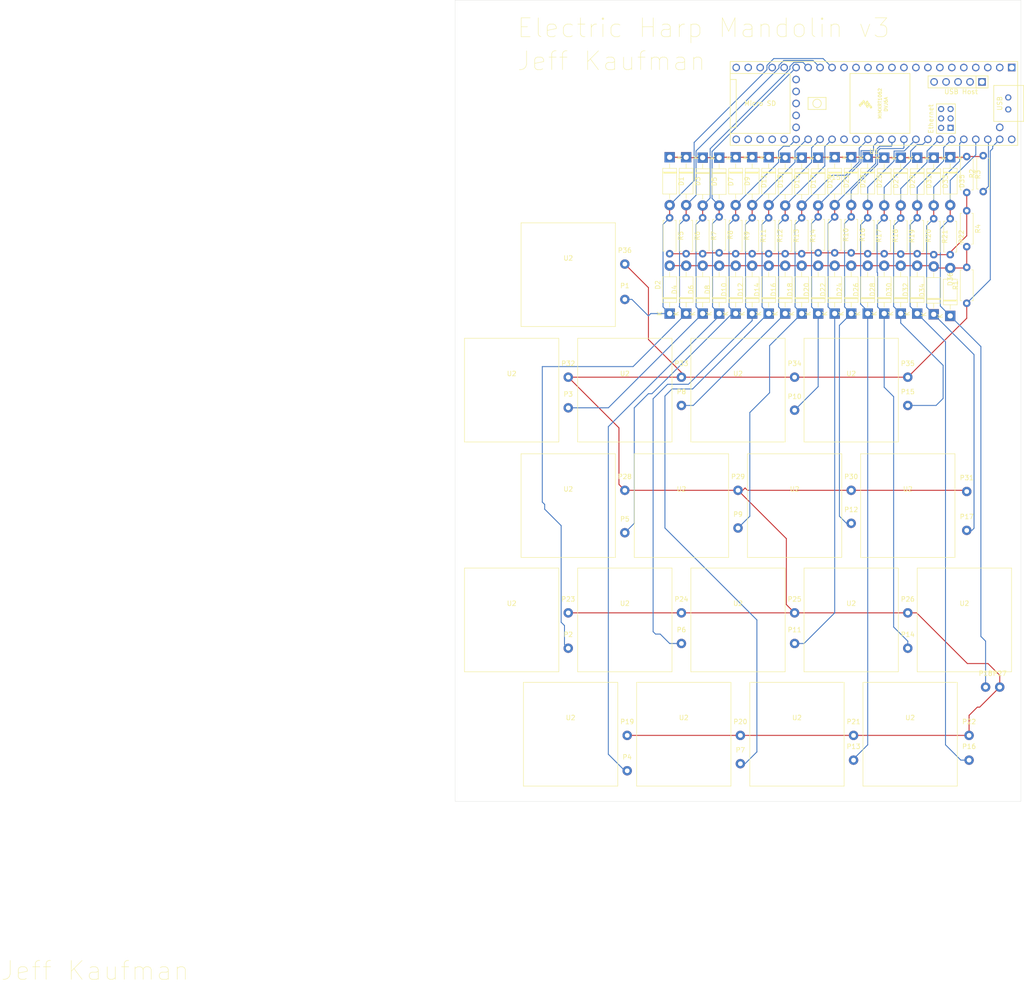
<source format=kicad_pcb>
(kicad_pcb (version 20240108) (generator "pcbnew") (generator_version "8.0")
  (layers (0 "F.Cu" signal) (31 "B.Cu" signal) (34 "B.Paste" user) (35 "F.Paste" user) (36 "B.SilkS" user "B.Silkscreen") (37 "F.SilkS" user "F.Silkscreen") (38 "B.Mask" user) (39 "F.Mask" user) (44 "Edge.Cuts" user))
  (net 0 "")
  (net 1 "Net-(D1-A)")
  (net 2 "Net-(D10-A)")
  (net 3 "Net-(R2-Pad1)")
  (net 4 "Net-(D21-A)")
  (net 6 "Net-(D25-A)")
  (net 12 "Net-(D27-A)")
  (net 13 "Net-(D29-A)")
  (net 14 "Net-(D31-A)")
  (net 17 "Net-(D33-A)")
  (net 22 "Net-(D35-A)")
  (net 32 "Net-(D1-K)")
  (net 33 "Net-(D3-A)")
  (net 34 "Net-(D5-A)")
  (net 35 "Net-(D7-A)")
  (net 36 "Net-(D10-K)")
  (net 37 "Net-(D11-A)")
  (net 38 "Net-(D13-A)")
  (net 39 "Net-(D15-A)")
  (net 40 "Net-(D17-A)")
  (net 41 "Net-(D19-A)")
  (net 68 "Net-(D23-A)")
  (net 69 "Net-(P19-Pad1)")
  (net 70 "Net-(R10-Pad2)")
  (footprint "Diode_THT:D_DO-41_SOD81_P10.16mm_Horizontal" (layer "F.Cu") (at 117 85.75 90)
    (property "Reference" "D28")
    (property "Value" "1N5819")
  )
  (footprint "Resistor_THT:R_Axial_DIN0207_L6.3mm_D2.5mm_P7.62mm_Horizontal" (layer "F.Cu") (at 96 65.44 -90)
    (property "Reference" "R13")
    (property "Value" "1MΩ")
  )
  (footprint "MountingHole:MountingHole_0.5mm_M2_DIN965_Pad" (layer "F.Cu") (at 86.5 175.25)
    (property "Reference" "P20")
    (property "Value" "gnd")
  )
  (footprint "MountingHole:MountingHole_0.5mm_M2_DIN965_Pad" (layer "F.Cu") (at 50 105.75)
    (property "Reference" "P3")
    (property "Value" "piezo")
  )
  (footprint "Resistor_THT:R_Axial_DIN0207_L6.3mm_D2.5mm_P7.62mm_Horizontal" (layer "F.Cu") (at 138 59.87 90)
    (property "Reference" "R2")
    (property "Value" "10kΩ" (hide yes))
  )
  (footprint "MountingHole:MountingHole_0.5mm_M2_DIN965_Pad" (layer "F.Cu") (at 141.5 165)
    (property "Reference" "P27")
    (property "Value" "gnd")
  )
  (footprint "Diode_THT:D_DO-41_SOD81_P10.16mm_Horizontal" (layer "F.Cu") (at 82 52.67 -90)
    (property "Reference" "D7")
    (property "Value" "1N5819")
  )
  (footprint "Diode_THT:D_DO-41_SOD81_P10.16mm_Horizontal" (layer "F.Cu") (at 110 52.59 -90)
    (property "Reference" "D23")
    (property "Value" "1N5819")
  )
  (footprint "Diode_THT:D_DO-41_SOD81_P10.16mm_Horizontal" (layer "F.Cu") (at 103 85.75 90)
    (property "Reference" "D20")
    (property "Value" "1N5819")
  )
  (footprint "Diode_THT:D_DO-41_SOD81_P10.16mm_Horizontal" (layer "F.Cu") (at 96 52.67 -90)
    (property "Reference" "D15")
    (property "Value" "1N5819")
  )
  (footprint "Resistor_THT:R_Axial_DIN0207_L6.3mm_D2.5mm_P7.62mm_Horizontal" (layer "F.Cu") (at 120.5 65.5 -90)
    (property "Reference" "R19")
    (property "Value" "1MΩ")
  )
  (footprint "MountingHole:MountingHole_4mm" (layer "F.Cu") (at 31.5 183.75)
    (property "Reference" "REF**" (hide yes))
    (property "Value" "MountingHole_4mm" (hide yes))
  )
  (footprint "Diode_THT:D_DO-41_SOD81_P10.16mm_Horizontal" (layer "F.Cu") (at 71.5 85.75 90)
    (property "Reference" "D2")
    (property "Value" "1N5819")
  )
  (footprint "MountingHole:MountingHole_0.5mm_M2_DIN965_Pad" (layer "F.Cu") (at 98 149.25)
    (property "Reference" "P25")
    (property "Value" "gnd")
  )
  (footprint "Diode_THT:D_DO-41_SOD81_P10.16mm_Horizontal" (layer "F.Cu") (at 131 86.25 90)
    (property "Reference" "D36")
    (property "Value" "1N5819")
  )
  (footprint "Teensy:Teensy41" (layer "F.Cu") (at 114.83 41.17 180)
    (property "Reference" "U1")
    (property "Value" "Teensy4.1")
  )
  (footprint "MountingHole:MountingHole_0.5mm_M2_DIN965_Pad" (layer "F.Cu") (at 50 149.25)
    (property "Reference" "P23")
    (property "Value" "gnd")
  )
  (footprint "Sensor_Audio:Knowles_LGA-6_4.72x3.76mm" (layer "F.Cu") (at 110 150.75)
    (property "Reference" "U2")
    (property "Value" "~" (hide yes))
  )
  (footprint "MountingHole:MountingHole_0.5mm_M2_DIN965_Pad" (layer "F.Cu") (at 134.5 131.75)
    (property "Reference" "P17")
    (property "Value" "piezo")
  )
  (footprint "Sensor_Audio:Knowles_LGA-6_4.72x3.76mm" (layer "F.Cu") (at 122 126.5)
    (property "Reference" "U2")
    (property "Value" "~" (hide yes))
  )
  (footprint "Resistor_THT:R_Axial_DIN0207_L6.3mm_D2.5mm_P7.62mm_Horizontal" (layer "F.Cu") (at 75 65.44 -90)
    (property "Reference" "R6")
    (property "Value" "1MΩ")
  )
  (footprint "Resistor_THT:R_Axial_DIN0207_L6.3mm_D2.5mm_P7.62mm_Horizontal" (layer "F.Cu") (at 106.5 65.25 -90)
    (property "Reference" "R10")
    (property "Value" "1MΩ")
  )
  (footprint "Diode_THT:D_DO-41_SOD81_P10.16mm_Horizontal" (layer "F.Cu") (at 120.5 52.67 -90)
    (property "Reference" "D29")
    (property "Value" "1N5819")
  )
  (footprint "MountingHole:MountingHole_0.5mm_M2_DIN965_Pad" (layer "F.Cu") (at 62.5 175.25)
    (property "Reference" "P19")
    (property "Value" "gnd")
  )
  (footprint "MountingHole:MountingHole_0.5mm_M2_DIN965_Pad" (layer "F.Cu") (at 74 155.75)
    (property "Reference" "P6")
    (property "Value" "piezo")
  )
  (footprint "Resistor_THT:R_Axial_DIN0207_L6.3mm_D2.5mm_P7.62mm_Horizontal" (layer "F.Cu") (at 99.5 65.44 -90)
    (property "Reference" "R14")
    (property "Value" "1MΩ")
  )
  (footprint "MountingHole:MountingHole_0.5mm_M2_DIN965_Pad" (layer "F.Cu") (at 110.5 175.25)
    (property "Reference" "P21")
    (property "Value" "gnd")
  )
  (footprint "MountingHole:MountingHole_4mm" (layer "F.Cu") (at 140.5 183.75)
    (property "Reference" "REF**" (hide yes))
    (property "Value" "MountingHole_4mm" (hide yes))
  )
  (footprint "MountingHole:MountingHole_0.5mm_M2_DIN965_Pad" (layer "F.Cu") (at 98 99.25)
    (property "Reference" "P34")
    (property "Value" "gnd")
  )
  (footprint "MountingHole:MountingHole_0.5mm_M2_DIN965_Pad" (layer "F.Cu") (at 62 75.25)
    (property "Reference" "P36")
    (property "Value" "gnd")
  )
  (footprint "Diode_THT:D_DO-41_SOD81_P10.16mm_Horizontal" (layer "F.Cu") (at 89 52.59 -90)
    (property "Reference" "D11")
    (property "Value" "1N5819")
  )
  (footprint "MountingHole:MountingHole_0.5mm_M2_DIN965_Pad" (layer "F.Cu") (at 122 105.25)
    (property "Reference" "P15")
    (property "Value" "piezo")
  )
  (footprint "Diode_THT:D_DO-41_SOD81_P10.16mm_Horizontal" (layer "F.Cu") (at 82 85.75 90)
    (property "Reference" "D8")
    (property "Value" "1N5819")
  )
  (footprint "Sensor_Audio:Knowles_LGA-6_4.72x3.76mm" (layer "F.Cu") (at 98.5 175)
    (property "Reference" "U2")
    (property "Value" "~" (hide yes))
  )
  (footprint "Diode_THT:D_DO-41_SOD81_P10.16mm_Horizontal" (layer "F.Cu") (at 89 85.75 90)
    (property "Reference" "D12")
    (property "Value" "1N5819")
  )
  (footprint "Diode_THT:D_DO-41_SOD81_P10.16mm_Horizontal" (layer "F.Cu") (at 85.5 52.59 -90)
    (property "Reference" "D9")
    (property "Value" "1N5819")
  )
  (footprint "Diode_THT:D_DO-41_SOD81_P10.16mm_Horizontal" (layer "F.Cu") (at 117 52.67 -90)
    (property "Reference" "D27")
    (property "Value" "1N5819")
  )
  (footprint "Sensor_Audio:Knowles_LGA-6_4.72x3.76mm" (layer "F.Cu") (at 86 102)
    (property "Reference" "U2")
    (property "Value" "~" (hide yes))
  )
  (footprint "MountingHole:MountingHole_0.5mm_M2_DIN965_Pad" (layer "F.Cu") (at 110 130.25)
    (property "Reference" "P12")
    (property "Value" "piezo")
  )
  (footprint "Sensor_Audio:Knowles_LGA-6_4.72x3.76mm" (layer "F.Cu") (at 122.5 175)
    (property "Reference" "U2")
    (property "Value" "~" (hide yes))
  )
  (footprint "MountingHole:MountingHole_0.5mm_M2_DIN965_Pad" (layer "F.Cu") (at 110.5 180.5)
    (property "Reference" "P13")
    (property "Value" "piezo")
  )
  (footprint "Sensor_Audio:Knowles_LGA-6_4.72x3.76mm" (layer "F.Cu") (at 86 150.75)
    (property "Reference" "U2")
    (property "Value" "~" (hide yes))
  )
  (footprint "Diode_THT:D_DO-41_SOD81_P10.16mm_Horizontal" (layer "F.Cu") (at 85.5 85.75 90)
    (property "Reference" "D10")
    (property "Value" "1N5819")
  )
  (footprint "Diode_THT:D_DO-41_SOD81_P10.16mm_Horizontal" (layer "F.Cu") (at 103 52.67 -90)
    (property "Reference" "D19")
    (property "Value" "1N5819")
  )
  (footprint "Sensor_Audio:Knowles_LGA-6_4.72x3.76mm" (layer "F.Cu") (at 62 102)
    (property "Reference" "U2")
    (property "Value" "~" (hide yes))
  )
  (footprint "MountingHole:MountingHole_0.5mm_M2_DIN965_Pad" (layer "F.Cu") (at 135 175.25)
    (property "Reference" "P22")
    (property "Value" "gnd")
  )
  (footprint "MountingHole:MountingHole_0.5mm_M2_DIN965_Pad" (layer "F.Cu") (at 98 155.75)
    (property "Reference" "P11")
    (property "Value" "piezo")
  )
  (footprint "Resistor_THT:R_Axial_DIN0207_L6.3mm_D2.5mm_P7.62mm_Horizontal" (layer "F.Cu") (at 89 65.44 -90)
    (property "Reference" "R11")
    (property "Value" "1MΩ")
  )
  (footprint "Diode_THT:D_DO-41_SOD81_P10.16mm_Horizontal" (layer "F.Cu") (at 92.5 85.75 90)
    (property "Reference" "D14")
    (property "Value" "1N5819")
  )
  (footprint "Diode_THT:D_DO-41_SOD81_P10.16mm_Horizontal" (layer "F.Cu") (at 96 85.75 90)
    (property "Reference" "D16")
    (property "Value" "1N5819")
  )
  (footprint "Resistor_THT:R_Axial_DIN0207_L6.3mm_D2.5mm_P7.62mm_Horizontal" (layer "F.Cu") (at 134.5 52.44 -90)
    (property "Reference" "R3")
    (property "Value" "10kΩ")
  )
  (footprint "MountingHole:MountingHole_0.5mm_M2_DIN965_Pad" (layer "F.Cu") (at 122 156.75)
    (property "Reference" "P14")
    (property "Value" "piezo")
  )
  (footprint "MountingHole:MountingHole_0.5mm_M2_DIN965_Pad" (layer "F.Cu") (at 86 131.25)
    (property "Reference" "P9")
    (property "Value" "piezo")
  )
  (footprint "Resistor_THT:R_Axial_DIN0207_L6.3mm_D2.5mm_P7.62mm_Horizontal" (layer "F.Cu") (at 78.5 65.44 -90)
    (property "Reference" "R7")
    (property "Value" "1MΩ")
  )
  (footprint "Resistor_THT:R_Axial_DIN0207_L6.3mm_D2.5mm_P7.62mm_Horizontal" (layer "F.Cu") (at 131 65.63 -90)
    (property "Reference" "R22")
    (property "Value" "1MΩ")
  )
  (footprint "MountingHole:MountingHole_0.5mm_M2_DIN965_Pad" (layer "F.Cu") (at 50 99.25)
    (property "Reference" "P32")
    (property "Value" "gnd")
  )
  (footprint "MountingHole:MountingHole_0.5mm_M2_DIN965_Pad" (layer "F.Cu") (at 86 123.25)
    (property "Reference" "P29")
    (property "Value" "gnd")
  )
  (footprint "MountingHole:MountingHole_4mm" (layer "F.Cu") (at 31.5 24.75)
    (property "Reference" "REF**" (hide yes))
    (property "Value" "MountingHole_4mm" (hide yes))
  )
  (footprint "Sensor_Audio:Knowles_LGA-6_4.72x3.76mm" (layer "F.Cu") (at 98 126.5)
    (property "Reference" "U2")
    (property "Value" "~" (hide yes))
  )
  (footprint "Diode_THT:D_DO-41_SOD81_P10.16mm_Horizontal" (layer "F.Cu") (at 127.5 85.91 90)
    (property "Reference" "D34")
    (property "Value" "1N5819")
  )
  (footprint "Sensor_Audio:Knowles_LGA-6_4.72x3.76mm" (layer "F.Cu") (at 50 126.5)
    (property "Reference" "U2")
    (property "Value" "~" (hide yes))
  )
  (footprint "MountingHole:MountingHole_0.5mm_M2_DIN965_Pad" (layer "F.Cu") (at 86.5 181.25)
    (property "Reference" "P7")
    (property "Value" "piezo")
  )
  (footprint "Diode_THT:D_DO-41_SOD81_P10.16mm_Horizontal" (layer "F.Cu") (at 120.5 85.75 90)
    (property "Reference" "D30")
    (property "Value" "1N5819")
  )
  (footprint "Diode_THT:D_DO-41_SOD81_P10.16mm_Horizontal" (layer "F.Cu") (at 124 85.75 90)
    (property "Reference" "D32")
    (property "Value" "1N5819")
  )
  (footprint "Resistor_THT:R_Axial_DIN0207_L6.3mm_D2.5mm_P7.62mm_Horizontal" (layer "F.Cu") (at 82 65.25 -90)
    (property "Reference" "R8")
    (property "Value" "1MΩ")
  )
  (footprint "Resistor_THT:R_Axial_DIN0207_L6.3mm_D2.5mm_P7.62mm_Horizontal" (layer "F.Cu") (at 103 65.25 -90)
    (property "Reference" "R15")
    (property "Value" "1MΩ")
  )
  (footprint "Sensor_Audio:Knowles_LGA-6_4.72x3.76mm" (layer "F.Cu") (at 110 102)
    (property "Reference" "U2")
    (property "Value" "~" (hide yes))
  )
  (footprint "Diode_THT:D_DO-41_SOD81_P10.16mm_Horizontal" (layer "F.Cu") (at 106.5 52.59 -90)
    (property "Reference" "D21")
    (property "Value" "1N5819")
  )
  (footprint "MountingHole:MountingHole_0.5mm_M2_DIN965_Pad" (layer "F.Cu") (at 74 99.25)
    (property "Reference" "P33")
    (property "Value" "gnd")
  )
  (footprint "Resistor_THT:R_Axial_DIN0207_L6.3mm_D2.5mm_P7.62mm_Horizontal" (layer "F.Cu") (at 134.5 63.94 -90)
    (property "Reference" "R4")
    (property "Value" "10kΩ")
  )
  (footprint "Diode_THT:D_DO-41_SOD81_P10.16mm_Horizontal" (layer "F.Cu") (at 75 85.75 90)
    (property "Reference" "D4")
    (property "Value" "1N5819")
  )
  (footprint "Diode_THT:D_DO-41_SOD81_P10.16mm_Horizontal" (layer "F.Cu") (at 113.5 85.75 90)
    (property "Reference" "D26")
    (property "Value" "1N5819")
  )
  (footprint "Diode_THT:D_DO-41_SOD81_P10.16mm_Horizontal" (layer "F.Cu") (at 106.5 85.75 90)
    (property "Reference" "D22")
    (property "Value" "1N5819")
  )
  (footprint "MountingHole:MountingHole_0.5mm_M2_DIN965_Pad" (layer "F.Cu") (at 134.5 123.5)
    (property "Reference" "P31")
    (property "Value" "gnd")
  )
  (footprint "Diode_THT:D_DO-41_SOD81_P10.16mm_Horizontal" (layer "F.Cu") (at 124 52.67 -90)
    (property "Reference" "D31")
    (property "Value" "1N5819")
  )
  (footprint "Sensor_Audio:Knowles_LGA-6_4.72x3.76mm" (layer "F.Cu") (at 50 77.5)
    (property "Reference" "U2")
    (property "Value" "~" (hide yes))
  )
  (footprint "MountingHole:MountingHole_0.5mm_M2_DIN965_Pad" (layer "F.Cu") (at 50 156.75)
    (property "Reference" "P2")
    (property "Value" "piezo")
  )
  (footprint "Diode_THT:D_DO-41_SOD81_P10.16mm_Horizontal" (layer "F.Cu") (at 110 85.75 90)
    (property "Reference" "D24")
    (property "Value" "1N5819")
  )
  (footprint "Sensor_Audio:Knowles_LGA-6_4.72x3.76mm" (layer "F.Cu") (at 38 150.75)
    (property "Reference" "U2")
    (property "Value" "~" (hide yes))
  )
  (footprint "Resistor_THT:R_Axial_DIN0207_L6.3mm_D2.5mm_P7.62mm_Horizontal" (layer "F.Cu") (at 85.5 65.44 -90)
    (property "Reference" "R9")
    (property "Value" "1MΩ")
  )
  (footprint "Diode_THT:D_DO-41_SOD81_P10.16mm_Horizontal" (layer "F.Cu") (at 113.5 52.59 -90)
    (property "Reference" "D25")
    (property "Value" "1N5819")
  )
  (footprint "MountingHole:MountingHole_0.5mm_M2_DIN965_Pad" (layer "F.Cu") (at 74 105.25)
    (property "Reference" "P8")
    (property "Value" "piezo")
  )
  (footprint "Sensor_Audio:Knowles_LGA-6_4.72x3.76mm" (layer "F.Cu") (at 38 102)
    (property "Reference" "U2")
    (property "Value" "~" (hide yes))
  )
  (footprint "Diode_THT:D_DO-41_SOD81_P10.16mm_Horizontal" (layer "F.Cu") (at 127.5 52.67 -90)
    (property "Reference" "D33")
    (property "Value" "1N5819")
  )
  (footprint "MountingHole:MountingHole_0.5mm_M2_DIN965_Pad" (layer "F.Cu") (at 62 132.25)
    (property "Reference" "P5")
    (property "Value" "piezo")
  )
  (footprint "MountingHole:MountingHole_0.5mm_M2_DIN965_Pad" (layer "F.Cu") (at 98 106.25)
    (property "Reference" "P10")
    (property "Value" "piezo")
  )
  (footprint "Diode_THT:D_DO-41_SOD81_P10.16mm_Horizontal" (layer "F.Cu") (at 99.5 52.67 -90)
    (property "Reference" "D17")
    (property "Value" "1N5819")
  )
  (footprint "MountingHole:MountingHole_0.5mm_M2_DIN965_Pad" (layer "F.Cu") (at 62 82.75)
    (property "Reference" "P1")
    (property "Value" "piezo")
  )
  (footprint "MountingHole:MountingHole_4mm" (layer "F.Cu") (at 140.5 24.75)
    (property "Reference" "REF**" (hide yes))
    (property "Value" "MountingHole_4mm" (hide yes))
  )
  (footprint "Resistor_THT:R_Axial_DIN0207_L6.3mm_D2.5mm_P7.62mm_Horizontal" (layer "F.Cu") (at 134.5 83.56 90)
    (property "Reference" "R1")
    (property "Value" "10kΩ")
  )
  (footprint "Diode_THT:D_DO-41_SOD81_P10.16mm_Horizontal" (layer "F.Cu") (at 78.5 52.67 -90)
    (property "Reference" "D5")
    (property "Value" "1N5819")
  )
  (footprint "Resistor_THT:R_Axial_DIN0207_L6.3mm_D2.5mm_P7.62mm_Horizontal" (layer "F.Cu") (at 117 65.44 -90)
    (property "Reference" "R18")
    (property "Value" "1MΩ")
  )
  (footprint "Resistor_THT:R_Axial_DIN0207_L6.3mm_D2.5mm_P7.62mm_Horizontal" (layer "F.Cu") (at 71.5 65.44 -90)
    (property "Reference" "R5")
    (property "Value" "1MΩ")
  )
  (footprint "MountingHole:MountingHole_0.5mm_M2_DIN965_Pad" (layer "F.Cu") (at 110 123.25)
    (property "Reference" "P30")
    (property "Value" "gnd")
  )
  (footprint "Sensor_Audio:Knowles_LGA-6_4.72x3.76mm" (layer "F.Cu") (at 50.5 175)
    (property "Reference" "U2")
    (property "Value" "~" (hide yes))
  )
  (footprint "Resistor_THT:R_Axial_DIN0207_L6.3mm_D2.5mm_P7.62mm_Horizontal" (layer "F.Cu") (at 124 65.44 -90)
    (property "Reference" "R20")
    (property "Value" "1MΩ")
  )
  (footprint "Diode_THT:D_DO-41_SOD81_P10.16mm_Horizontal" (layer "F.Cu") (at 75 52.59 -90)
    (property "Reference" "D3")
    (property "Value" "1N5819")
  )
  (footprint "MountingHole:MountingHole_0.5mm_M2_DIN965_Pad" (layer "F.Cu") (at 122 149.25)
    (property "Reference" "P26")
    (property "Value" "gnd")
  )
  (footprint "Resistor_THT:R_Axial_DIN0207_L6.3mm_D2.5mm_P7.62mm_Horizontal" (layer "F.Cu") (at 110 65.25 -90)
    (property "Reference" "R16")
    (property "Value" "1MΩ")
  )
  (footprint "Diode_THT:D_DO-41_SOD81_P10.16mm_Horizontal" (layer "F.Cu") (at 92.5 52.59 -90)
    (property "Reference" "D13")
    (property "Value" "1N5819")
  )
  (footprint "Sensor_Audio:Knowles_LGA-6_4.72x3.76mm" (layer "F.Cu") (at 74.5 175)
    (property "Reference" "U2")
    (property "Value" "~" (hide yes))
  )
  (footprint "Diode_THT:D_DO-41_SOD81_P10.16mm_Horizontal" (layer "F.Cu") (at 131 52.59 -90)
    (property "Reference" "D35")
    (property "Value" "1N5819")
  )
  (footprint "Diode_THT:D_DO-41_SOD81_P10.16mm_Horizontal" (layer "F.Cu") (at 78.5 85.75 90)
    (property "Reference" "D6")
    (property "Value" "1N5819")
  )
  (footprint "Resistor_THT:R_Axial_DIN0207_L6.3mm_D2.5mm_P7.62mm_Horizontal" (layer "F.Cu") (at 113.5 65.44 -90)
    (property "Reference" "R17")
    (property "Value" "1MΩ")
  )
  (footprint "Diode_THT:D_DO-41_SOD81_P10.16mm_Horizontal" (layer "F.Cu") (at 71.5 52.59 -90)
    (property "Reference" "D1")
    (property "Value" "1N5819")
  )
  (footprint "Diode_THT:D_DO-41_SOD81_P10.16mm_Horizontal" (layer "F.Cu") (at 99.5 85.75 90)
    (property "Reference" "D18")
    (property "Value" "1N5819")
  )
  (footprint "MountingHole:MountingHole_0.5mm_M2_DIN965_Pad" (layer "F.Cu") (at 62.5 182.75)
    (property "Reference" "P4")
    (property "Value" "piezo")
  )
  (footprint "MountingHole:MountingHole_0.5mm_M2_DIN965_Pad" (layer "F.Cu") (at 138.5 165)
    (property "Reference" "P18")
    (property "Value" "piezo")
  )
  (footprint "MountingHole:MountingHole_0.5mm_M2_DIN965_Pad" (layer "F.Cu") (at 74 149.25)
    (property "Reference" "P24")
    (property "Value" "gnd")
  )
  (footprint "Resistor_THT:R_Axial_DIN0207_L6.3mm_D2.5mm_P7.62mm_Horizontal" (layer "F.Cu") (at 92.5 65.44 -90)
    (property "Reference" "R12")
    (property "Value" "1MΩ")
  )
  (footprint "MountingHole:MountingHole_0.5mm_M2_DIN965_Pad" (layer "F.Cu") (at 135 180.5)
    (property "Reference" "P16")
    (property "Value" "piezo")
  )
  (footprint "Sensor_Audio:Knowles_LGA-6_4.72x3.76mm" (layer "F.Cu") (at 134 150.75)
    (property "Reference" "U2")
    (property "Value" "~" (hide yes))
  )
  (footprint "Resistor_THT:R_Axial_DIN0207_L6.3mm_D2.5mm_P7.62mm_Horizontal" (layer "F.Cu") (at 127.5 65.63 -90)
    (property "Reference" "R21")
    (property "Value" "1MΩ")
  )
  (footprint "Sensor_Audio:Knowles_LGA-6_4.72x3.76mm" (layer "F.Cu") (at 74 126.5)
    (property "Reference" "U2")
    (property "Value" "~" (hide yes))
  )
  (footprint "MountingHole:MountingHole_0.5mm_M2_DIN965_Pad" (layer "F.Cu") (at 122 99.25)
    (property "Reference" "P35")
    (property "Value" "gnd")
  )
  (footprint "MountingHole:MountingHole_0.5mm_M2_DIN965_Pad" (layer "F.Cu") (at 62 123.25)
    (property "Reference" "P28")
    (property "Value" "gnd")
  )
  (footprint "Sensor_Audio:Knowles_LGA-6_4.72x3.76mm" (layer "F.Cu") (at 62 150.75)
    (property "Reference" "U2")
    (property "Value" "~" (hide yes))
  )
  (gr_rect (start 26 19.25) (end 146 189.25) (stroke (width 0.05)) (fill none) (layer "Edge.Cuts"))
  (gr_text "Electric Harp Mandolin v3" (at 39 27.5 0) (layer "F.SilkS") (effects (font (size 4 4) (thickness 0.1)) (justify left bottom)))
  (gr_text "Jeff Kaufman" (at -70.5 227.5 0) (layer "F.SilkS") (effects (font (size 4 4) (thickness 0.1)) (justify left bottom)))
  (gr_text "Jeff Kaufman" (at 39 34.5 0) (layer "F.SilkS") (effects (font (size 4 4) (thickness 0.1)) (justify left bottom)))
  (segment (start 71.5 62.75) (end 71.5 65.44) (width 0.2) (layer "F.Cu") (net 1))
  (segment (start 70.1 84.35) (end 70.1 66.84) (width 0.2) (layer "B.Cu") (net 1))
  (segment (start 67 86.25) (end 67.5 85.75) (width 0.2) (layer "B.Cu") (net 1))
  (segment (start 62 82.75) (end 63.5 82.75) (width 0.2) (layer "B.Cu") (net 1))
  (segment (start 76.7 57.55) (end 71.5 62.75) (width 0.2) (layer "B.Cu") (net 1))
  (segment (start 76.7 57.55) (end 76.7 49.445635) (width 0.2) (layer "B.Cu") (net 1))
  (segment (start 70.1 66.84) (end 71.5 65.44) (width 0.2) (layer "B.Cu") (net 1))
  (segment (start 63.5 82.75) (end 67 86.25) (width 0.2) (layer "B.Cu") (net 1))
  (segment (start 76.7 49.445635) (end 92.14 34.005635) (width 0.2) (layer "B.Cu") (net 1))
  (segment (start 92.14 33.094365) (end 93.584365 31.65) (width 0.2) (layer "B.Cu") (net 1))
  (segment (start 93.584365 31.65) (end 104.04 31.65) (width 0.2) (layer "B.Cu") (net 1))
  (segment (start 92.14 34.005635) (end 92.14 33.094365) (width 0.2) (layer "B.Cu") (net 1))
  (segment (start 67.5 85.75) (end 71.5 85.75) (width 0.2) (layer "B.Cu") (net 1))
  (segment (start 104.04 31.65) (end 105.94 33.55) (width 0.2) (layer "B.Cu") (net 1))
  (segment (start 71.5 85.75) (end 70.1 84.35) (width 0.2) (layer "B.Cu") (net 1))
  (segment (start 78.5 75.59) (end 75 75.59) (width 0.2) (layer "F.Cu") (net 2))
  (segment (start 127.34 75.59) (end 124 75.59) (width 0.2) (layer "F.Cu") (net 2))
  (segment (start 99.5 75.59) (end 96 75.59) (width 0.2) (layer "F.Cu") (net 2))
  (segment (start 131 76.09) (end 127.84 76.09) (width 0.2) (layer "F.Cu") (net 2))
  (segment (start 127.84 76.09) (end 127.5 75.75) (width 0.2) (layer "F.Cu") (net 2))
  (segment (start 134.5 71.56) (end 134.5 75.94) (width 0.2) (layer "F.Cu") (net 2))
  (segment (start 71.5 75.59) (end 75 75.59) (width 0.2) (layer "F.Cu") (net 2))
  (segment (start 106.5 75.59) (end 103 75.59) (width 0.2) (layer "F.Cu") (net 2))
  (segment (start 85.5 75.59) (end 82 75.59) (width 0.2) (layer "F.Cu") (net 2))
  (segment (start 120.5 75.59) (end 117 75.59) (width 0.2) (layer "F.Cu") (net 2))
  (segment (start 96 75.59) (end 92.5 75.59) (width 0.2) (layer "F.Cu") (net 2))
  (segment (start 117 75.59) (end 113.5 75.59) (width 0.2) (layer "F.Cu") (net 2))
  (segment (start 127.5 75.75) (end 127.34 75.59) (width 0.2) (layer "F.Cu") (net 2))
  (segment (start 134.35 76.09) (end 134.5 75.94) (width 0.2) (layer "F.Cu") (net 2))
  (segment (start 131 76.09) (end 134.35 76.09) (width 0.2) (layer "F.Cu") (net 2))
  (segment (start 82 75.59) (end 78.5 75.59) (width 0.2) (layer "F.Cu") (net 2))
  (segment (start 89 75.59) (end 85.5 75.59) (width 0.2) (layer "F.Cu") (net 2))
  (segment (start 110 75.59) (end 106.5 75.59) (width 0.2) (layer "F.Cu") (net 2))
  (segment (start 113.5 75.59) (end 110 75.59) (width 0.2) (layer "F.Cu") (net 2))
  (segment (start 124 75.59) (end 120.5 75.59) (width 0.2) (layer "F.Cu") (net 2))
  (segment (start 103 75.59) (end 99.5 75.59) (width 0.2) (layer "F.Cu") (net 2))
  (segment (start 92.5 75.59) (end 89 75.59) (width 0.2) (layer "F.Cu") (net 2))
  (segment (start 139.1 48.93) (end 138.96 48.79) (width 0.2) (layer "B.Cu") (net 3))
  (segment (start 138 59.87) (end 139.1 58.77) (width 0.2) (layer "B.Cu") (net 3))
  (segment (start 139.1 58.77) (end 139.1 48.93) (width 0.2) (layer "B.Cu") (net 3))
  (segment (start 106.5 62.75) (end 106.5 65.25) (width 0.2) (layer "F.Cu") (net 4))
  (segment (start 106.5 85.75) (end 106.5 149.25) (width 0.2) (layer "B.Cu") (net 4))
  (segment (start 115.2 51.104314) (end 116.054314 50.25) (width 0.2) (layer "B.Cu") (net 4))
  (segment (start 116.054314 50.25) (end 118.5 50.25) (width 0.2) (layer "B.Cu") (net 4))
  (segment (start 106.5 85.75) (end 105.1 84.35) (width 0.2) (layer "B.Cu") (net 4))
  (segment (start 106.5 149.25) (end 100 155.75) (width 0.2) (layer "B.Cu") (net 4))
  (segment (start 115.2 53.904314) (end 115.2 51.104314) (width 0.2) (layer "B.Cu") (net 4))
  (segment (start 106.5 62.604314) (end 115.2 53.904314) (width 0.2) (layer "B.Cu") (net 4))
  (segment (start 118.64 50.11) (end 118.64 48.79) (width 0.2) (layer "B.Cu") (net 4))
  (segment (start 106.5 62.75) (end 106.5 62.604314) (width 0.2) (layer "B.Cu") (net 4))
  (segment (start 118.5 50.25) (end 118.64 50.11) (width 0.2) (layer "B.Cu") (net 4))
  (segment (start 105.1 84.35) (end 105.1 66.65) (width 0.2) (layer "B.Cu") (net 4))
  (segment (start 100 155.75) (end 98 155.75) (width 0.2) (layer "B.Cu") (net 4))
  (segment (start 105.1 66.65) (end 106.5 65.25) (width 0.2) (layer "B.Cu") (net 4))
  (segment (start 113.5 62.75) (end 113.5 65.44) (width 0.2) (layer "F.Cu") (net 6))
  (segment (start 112 83.75) (end 112 66.94) (width 0.2) (layer "B.Cu") (net 6))
  (segment (start 112 66.94) (end 113.5 65.44) (width 0.2) (layer "B.Cu") (net 6))
  (segment (start 119.1 53.37) (end 119.1 51.27) (width 0.2) (layer "B.Cu") (net 6))
  (segment (start 113.5 85.75) (end 113.5 177.25) (width 0.2) (layer "B.Cu") (net 6))
  (segment (start 113.5 58.97) (end 119.1 53.37) (width 0.2) (layer "B.Cu") (net 6))
  (segment (start 121.24 51.27) (end 123.72 48.79) (width 0.2) (layer "B.Cu") (net 6))
  (segment (start 113.5 85.25) (end 112 83.75) (width 0.2) (layer "B.Cu") (net 6))
  (segment (start 113.5 85.75) (end 113.5 85.25) (width 0.2) (layer "B.Cu") (net 6))
  (segment (start 113.5 177.25) (end 110 180.75) (width 0.2) (layer "B.Cu") (net 6))
  (segment (start 113.5 62.75) (end 113.5 58.97) (width 0.2) (layer "B.Cu") (net 6))
  (segment (start 119.1 51.27) (end 121.24 51.27) (width 0.2) (layer "B.Cu") (net 6))
  (segment (start 117 62.83) (end 117 65.44) (width 0.2) (layer "F.Cu") (net 12))
  (segment (start 122 155.25) (end 122 156.75) (width 0.2) (layer "B.Cu") (net 12))
  (segment (start 117 58.97) (end 122.6 53.37) (width 0.2) (layer "B.Cu") (net 12))
  (segment (start 117 85.75) (end 115.6 84.35) (width 0.2) (layer "B.Cu") (net 12))
  (segment (start 119 152.25) (end 122 155.25) (width 0.2) (layer "B.Cu") (net 12))
  (segment (start 115.6 84.35) (end 115.6 77.1) (width 0.2) (layer "B.Cu") (net 12))
  (segment (start 119 103.381371) (end 119 152.25) (width 0.2) (layer "B.Cu") (net 12))
  (segment (start 122.6 51.29) (end 124 49.89) (width 0.2) (layer "B.Cu") (net 12))
  (segment (start 124 49.89) (end 125.16 49.89) (width 0.2) (layer "B.Cu") (net 12))
  (segment (start 115.6 77.1) (end 115.5 77) (width 0.2) (layer "B.Cu") (net 12))
  (segment (start 125.16 49.89) (end 126.26 48.79) (width 0.2) (layer "B.Cu") (net 12))
  (segment (start 117 62.83) (end 117 58.97) (width 0.2) (layer "B.Cu") (net 12))
  (segment (start 117 101.381371) (end 119 103.381371) (width 0.2) (layer "B.Cu") (net 12))
  (segment (start 117 85.75) (end 117 101.381371) (width 0.2) (layer "B.Cu") (net 12))
  (segment (start 115.5 66.94) (end 117 65.44) (width 0.2) (layer "B.Cu") (net 12))
  (segment (start 115.5 77) (end 115.5 66.94) (width 0.2) (layer "B.Cu") (net 12))
  (segment (start 122.6 53.37) (end 122.6 51.29) (width 0.2) (layer "B.Cu") (net 12))
  (segment (start 120.5 62.83) (end 120.5 65.63) (width 0.2) (layer "F.Cu") (net 13))
  (segment (start 128.58 48.79) (end 128.8 48.79) (width 0.2) (layer "B.Cu") (net 13))
  (segment (start 120.5 85.75) (end 119 84.25) (width 0.2) (layer "B.Cu") (net 13))
  (segment (start 128 105.25) (end 122 105.25) (width 0.2) (layer "B.Cu") (net 13))
  (segment (start 129.5 103.75) (end 128 105.25) (width 0.2) (layer "B.Cu") (net 13))
  (segment (start 126.1 53.65) (end 126.1 51.27) (width 0.2) (layer "B.Cu") (net 13))
  (segment (start 120.5 59.25) (end 126.1 53.65) (width 0.2) (layer "B.Cu") (net 13))
  (segment (start 119 84.25) (end 119 67.13) (width 0.2) (layer "B.Cu") (net 13))
  (segment (start 129.5 96.75) (end 129.5 103.75) (width 0.2) (layer "B.Cu") (net 13))
  (segment (start 119 67.13) (end 120.5 65.63) (width 0.2) (layer "B.Cu") (net 13))
  (segment (start 120.5 85.75) (end 120.5 87.75) (width 0.2) (layer "B.Cu") (net 13))
  (segment (start 126.1 51.27) (end 128.58 48.79) (width 0.2) (layer "B.Cu") (net 13))
  (segment (start 120.5 87.75) (end 129.5 96.75) (width 0.2) (layer "B.Cu") (net 13))
  (segment (start 120.5 62.83) (end 120.5 59.25) (width 0.2) (layer "B.Cu") (net 13))
  (segment (start 124 62.83) (end 124 65.44) (width 0.2) (layer "F.Cu") (net 14))
  (segment (start 133.25 180.5) (end 130 177.25) (width 0.2) (layer "B.Cu") (net 14))
  (segment (start 124 85.75) (end 122.5 84.25) (width 0.2) (layer "B.Cu") (net 14))
  (segment (start 124 58.97) (end 129.6 53.37) (width 0.2) (layer "B.Cu") (net 14))
  (segment (start 129.6 50.53) (end 131.34 48.79) (width 0.2) (layer "B.Cu") (net 14))
  (segment (start 129.6 53.37) (end 129.6 50.53) (width 0.2) (layer "B.Cu") (net 14))
  (segment (start 135 180.5) (end 133.25 180.5) (width 0.2) (layer "B.Cu") (net 14))
  (segment (start 130 177.25) (end 130 91.75) (width 0.2) (layer "B.Cu") (net 14))
  (segment (start 122.5 66.94) (end 124 65.44) (width 0.2) (layer "B.Cu") (net 14))
  (segment (start 122.5 84.25) (end 122.5 66.94) (width 0.2) (layer "B.Cu") (net 14))
  (segment (start 124 62.83) (end 124 58.97) (width 0.2) (layer "B.Cu") (net 14))
  (segment (start 130 91.75) (end 124 85.75) (width 0.2) (layer "B.Cu") (net 14))
  (segment (start 127.5 62.83) (end 127.5 65.63) (width 0.2) (layer "F.Cu") (net 17))
  (segment (start 126 67.13) (end 127.5 65.63) (width 0.2) (layer "B.Cu") (net 17))
  (segment (start 127.5 58.89) (end 133 53.39) (width 0.2) (layer "B.Cu") (net 17))
  (segment (start 133 53.39) (end 133 49.67) (width 0.2) (layer "B.Cu") (net 17))
  (segment (start 136.05 131.3) (end 136.05 94.46) (width 0.2) (layer "B.Cu") (net 17))
  (segment (start 127.5 85.91) (end 126 84.41) (width 0.2) (layer "B.Cu") (net 17))
  (segment (start 127.5 62.83) (end 127.5 58.89) (width 0.2) (layer "B.Cu") (net 17))
  (segment (start 133 49.67) (end 133.88 48.79) (width 0.2) (layer "B.Cu") (net 17))
  (segment (start 135.6 131.75) (end 136.05 131.3) (width 0.2) (layer "B.Cu") (net 17))
  (segment (start 126 84.41) (end 126 67.13) (width 0.2) (layer "B.Cu") (net 17))
  (segment (start 134.5 131.75) (end 135.6 131.75) (width 0.2) (layer "B.Cu") (net 17))
  (segment (start 136.05 94.46) (end 127.5 85.91) (width 0.2) (layer "B.Cu") (net 17))
  (segment (start 131 62.75) (end 131 65.63) (width 0.2) (layer "F.Cu") (net 22))
  (segment (start 137.5 154.25) (end 138.5 155.25) (width 0.2) (layer "B.Cu") (net 22))
  (segment (start 131 57.495635) (end 136.42 52.075635) (width 0.2) (layer "B.Cu") (net 22))
  (segment (start 128.9 84.15) (end 128.9 67.73) (width 0.2) (layer "B.Cu") (net 22))
  (segment (start 131 86.25) (end 137.5 92.75) (width 0.2) (layer "B.Cu") (net 22))
  (segment (start 137.5 92.75) (end 137.5 154.25) (width 0.2) (layer "B.Cu") (net 22))
  (segment (start 128.9 67.73) (end 131 65.63) (width 0.2) (layer "B.Cu") (net 22))
  (segment (start 136.42 52.075635) (end 136.42 48.79) (width 0.2) (layer "B.Cu") (net 22))
  (segment (start 131 62.75) (end 131 57.495635) (width 0.2) (layer "B.Cu") (net 22))
  (segment (start 131 86.25) (end 128.9 84.15) (width 0.2) (layer "B.Cu") (net 22))
  (segment (start 138.5 155.25) (end 138.5 165) (width 0.2) (layer "B.Cu") (net 22))
  (segment (start 103.5 52.59) (end 106.5 52.59) (width 0.2) (layer "F.Cu") (net 32))
  (segment (start 92.92 52.67) (end 96 52.67) (width 0.2) (layer "F.Cu") (net 32))
  (segment (start 127.5 52.67) (end 130.92 52.67) (width 0.2) (layer "F.Cu") (net 32))
  (segment (start 106.5 52.59) (end 110 52.59) (width 0.2) (layer "F.Cu") (net 32))
  (segment (start 134.5 52.44) (end 137.81 52.44) (width 0.2) (layer "F.Cu") (net 32))
  (segment (start 78.5 52.67) (end 82 52.67) (width 0.2) (layer "F.Cu") (net 32))
  (segment (start 113.5 52.59) (end 116.92 52.59) (width 0.2) (layer "F.Cu") (net 32))
  (segment (start 85.5 52.59) (end 89 52.59) (width 0.2) (layer "F.Cu") (net 32))
  (segment (start 110 52.59) (end 113.5 52.59) (width 0.2) (layer "F.Cu") (net 32))
  (segment (start 75.42 52.67) (end 78.5 52.67) (width 0.2) (layer "F.Cu") (net 32))
  (segment (start 117 52.67) (end 120.5 52.67) (width 0.2) (layer "F.Cu") (net 32))
  (segment (start 75.34 52.59) (end 75.42 52.67) (width 0.2) (layer "F.Cu") (net 32))
  (segment (start 92.84 52.59) (end 92.92 52.67) (width 0.2) (layer "F.Cu") (net 32))
  (segment (start 116.92 52.59) (end 117 52.67) (width 0.2) (layer "F.Cu") (net 32))
  (segment (start 130.92 52.67) (end 131 52.59) (width 0.2) (layer "F.Cu") (net 32))
  (segment (start 134.35 52.59) (end 134.5 52.44) (width 0.2) (layer "F.Cu") (net 32))
  (segment (start 131 52.59) (end 134.35 52.59) (width 0.2) (layer "F.Cu") (net 32))
  (segment (start 96 52.67) (end 99.5 52.67) (width 0.2) (layer "F.Cu") (net 32))
  (segment (start 82.92 52.67) (end 83 52.59) (width 0.2) (layer "F.Cu") (net 32))
  (segment (start 83 52.59) (end 85.5 52.59) (width 0.2) (layer "F.Cu") (net 32))
  (segment (start 82 52.67) (end 82.92 52.67) (width 0.2) (layer "F.Cu") (net 32))
  (segment (start 137.81 52.44) (end 138 52.25) (width 0.2) (layer "F.Cu") (net 32))
  (segment (start 103 52.67) (end 103.42 52.67) (width 0.2) (layer "F.Cu") (net 32))
  (segment (start 120.5 52.67) (end 124 52.67) (width 0.2) (layer "F.Cu") (net 32))
  (segment (start 92.5 52.59) (end 92.84 52.59) (width 0.2) (layer "F.Cu") (net 32))
  (segment (start 71.5 52.59) (end 75 52.59) (width 0.2) (layer "F.Cu") (net 32))
  (segment (start 124 52.67) (end 127.5 52.67) (width 0.2) (layer "F.Cu") (net 32))
  (segment (start 75 52.59) (end 75.34 52.59) (width 0.2) (layer "F.Cu") (net 32))
  (segment (start 89 52.59) (end 92.5 52.59) (width 0.2) (layer "F.Cu") (net 32))
  (segment (start 103.42 52.67) (end 103.5 52.59) (width 0.2) (layer "F.Cu") (net 32))
  (segment (start 99.5 52.67) (end 103 52.67) (width 0.2) (layer "F.Cu") (net 32))
  (segment (start 75 62.75) (end 75 65.44) (width 0.2) (layer "F.Cu") (net 33))
  (segment (start 75 85.75) (end 73.6 84.35) (width 0.2) (layer "B.Cu") (net 33))
  (segment (start 63.75 97) (end 75 85.75) (width 0.2) (layer "B.Cu") (net 33))
  (segment (start 94.68 33.07) (end 95.7 32.05) (width 0.2) (layer "B.Cu") (net 33))
  (segment (start 73.6 84.35) (end 73.6 66.84) (width 0.2) (layer "B.Cu") (net 33))
  (segment (start 75 62.75) (end 77.1 60.65) (width 0.2) (layer "B.Cu") (net 33))
  (segment (start 48.5 130.75) (end 45 127.25) (width 0.2) (layer "B.Cu") (net 33))
  (segment (start 94.68 33.665635) (end 94.68 33.07) (width 0.2) (layer "B.Cu") (net 33))
  (segment (start 77.1 51.245635) (end 94.68 33.665635) (width 0.2) (layer "B.Cu") (net 33))
  (segment (start 77.1 60.65) (end 77.1 51.245635) (width 0.2) (layer "B.Cu") (net 33))
  (segment (start 101.9 32.05) (end 103.4 33.55) (width 0.2) (layer "B.Cu") (net 33))
  (segment (start 49.2 151.95) (end 48.5 151.25) (width 0.2) (layer "B.Cu") (net 33))
  (segment (start 48.5 151.25) (end 48.5 130.75) (width 0.2) (layer "B.Cu") (net 33))
  (segment (start 44.5 125.75) (end 44.5 97) (width 0.2) (layer "B.Cu") (net 33))
  (segment (start 75 85.75) (end 73.5 84.25) (width 0.2) (layer "B.Cu") (net 33))
  (segment (start 45 126.25) (end 44.5 125.75) (width 0.2) (layer "B.Cu") (net 33))
  (segment (start 95.7 32.05) (end 101.9 32.05) (width 0.2) (layer "B.Cu") (net 33))
  (segment (start 73.6 66.84) (end 75 65.44) (width 0.2) (layer "B.Cu") (net 33))
  (segment (start 45 127.25) (end 45 126.25) (width 0.2) (layer "B.Cu") (net 33))
  (segment (start 44.5 97) (end 63.75 97) (width 0.2) (layer "B.Cu") (net 33))
  (segment (start 50 156.75) (end 49.2 155.95) (width 0.2) (layer "B.Cu") (net 33))
  (segment (start 49.2 155.95) (end 49.2 151.95) (width 0.2) (layer "B.Cu") (net 33))
  (segment (start 78.5 62.83) (end 78.5 65.44) (width 0.2) (layer "F.Cu") (net 34))
  (segment (start 78.5 85.75) (end 58.5 105.75) (width 0.2) (layer "B.Cu") (net 34))
  (segment (start 80.1 50.785635) (end 97 33.885635) (width 0.2) (layer "B.Cu") (net 34))
  (segment (start 77.1 84.35) (end 77.1 66.84) (width 0.2) (layer "B.Cu") (net 34))
  (segment (start 78.5 62.83) (end 80.1 61.23) (width 0.2) (layer "B.Cu") (net 34))
  (segment (start 99.76 32.45) (end 100.86 33.55) (width 0.2) (layer "B.Cu") (net 34))
  (segment (start 97 33.314365) (end 97.864365 32.45) (width 0.2) (layer "B.Cu") (net 34))
  (segment (start 78.5 85.75) (end 77.1 84.35) (width 0.2) (layer "B.Cu") (net 34))
  (segment (start 97.864365 32.45) (end 99.76 32.45) (width 0.2) (layer "B.Cu") (net 34))
  (segment (start 77.1 66.84) (end 78.5 65.44) (width 0.2) (layer "B.Cu") (net 34))
  (segment (start 58.5 105.75) (end 50 105.75) (width 0.2) (layer "B.Cu") (net 34))
  (segment (start 80.1 61.23) (end 80.1 50.785635) (width 0.2) (layer "B.Cu") (net 34))
  (segment (start 97 33.885635) (end 97 33.314365) (width 0.2) (layer "B.Cu") (net 34))
  (segment (start 82 62.83) (end 82 65.25) (width 0.2) (layer "F.Cu") (net 35))
  (segment (start 62 182.75) (end 58.5 179.25) (width 0.2) (layer "B.Cu") (net 35))
  (segment (start 80.5 51.37) (end 98.32 33.55) (width 0.2) (layer "B.Cu") (net 35))
  (segment (start 82 85.75) (end 80.6 84.35) (width 0.2) (layer "B.Cu") (net 35))
  (segment (start 58.5 109.75) (end 82 86.25) (width 0.2) (layer "B.Cu") (net 35))
  (segment (start 82 62.83) (end 80.5 61.33) (width 0.2) (layer "B.Cu") (net 35))
  (segment (start 80.5 61.33) (end 80.5 51.37) (width 0.2) (layer "B.Cu") (net 35))
  (segment (start 80.6 84.35) (end 80.6 66.65) (width 0.2) (layer "B.Cu") (net 35))
  (segment (start 80.6 66.65) (end 82 65.25) (width 0.2) (layer "B.Cu") (net 35))
  (segment (start 58.5 179.25) (end 58.5 109.75) (width 0.2) (layer "B.Cu") (net 35))
  (segment (start 82 86.25) (end 82 85.75) (width 0.2) (layer "B.Cu") (net 35))
  (segment (start 85.5 62.75) (end 85.5 65.44) (width 0.2) (layer "F.Cu") (net 36))
  (segment (start 67 102.75) (end 67.75 102.75) (width 0.2) (layer "B.Cu") (net 36))
  (segment (start 85.5 85.75) (end 84.1 84.35) (width 0.2) (layer "B.Cu") (net 36))
  (segment (start 94.6 53.65) (end 94.6 51.27) (width 0.2) (layer "B.Cu") (net 36))
  (segment (start 64 105.75) (end 67 102.75) (width 0.2) (layer "B.Cu") (net 36))
  (segment (start 84.1 66.84) (end 85.5 65.44) (width 0.2) (layer "B.Cu") (net 36))
  (segment (start 85.5 62.75) (end 94.6 53.65) (width 0.2) (layer "B.Cu") (net 36))
  (segment (start 67.75 102.75) (end 84.75 85.75) (width 0.2) (layer "B.Cu") (net 36))
  (segment (start 95.62 50.25) (end 96.86 50.25) (width 0.2) (layer "B.Cu") (net 36))
  (segment (start 84.1 84.35) (end 84.1 66.84) (width 0.2) (layer "B.Cu") (net 36))
  (segment (start 62 132.25) (end 64 130.25) (width 0.2) (layer "B.Cu") (net 36))
  (segment (start 64 130.25) (end 64 105.75) (width 0.2) (layer "B.Cu") (net 36))
  (segment (start 94.6 51.27) (end 95.62 50.25) (width 0.2) (layer "B.Cu") (net 36))
  (segment (start 96.86 50.25) (end 98.32 48.79) (width 0.2) (layer "B.Cu") (net 36))
  (segment (start 84.75 85.75) (end 85.5 85.75) (width 0.2) (layer "B.Cu") (net 36))
  (segment (start 89 62.75) (end 89 65.44) (width 0.2) (layer "F.Cu") (net 37))
  (segment (start 100.58 48.79) (end 100.86 48.79) (width 0.2) (layer "B.Cu") (net 37))
  (segment (start 69.5 153.75) (end 71.5 155.75) (width 0.2) (layer "B.Cu") (net 37))
  (segment (start 89 87.25) (end 75.5 100.75) (width 0.2) (layer "B.Cu") (net 37))
  (segment (start 75.5 100.75) (end 71.065686 100.75) (width 0.2) (layer "B.Cu") (net 37))
  (segment (start 87.6 66.84) (end 89 65.44) (width 0.2) (layer "B.Cu") (net 37))
  (segment (start 71.5 155.75) (end 74 155.75) (width 0.2) (layer "B.Cu") (net 37))
  (segment (start 68 153.25) (end 68.5 153.75) (width 0.2) (layer "B.Cu") (net 37))
  (segment (start 89 62.75) (end 98.1 53.65) (width 0.2) (layer "B.Cu") (net 37))
  (segment (start 68 103.815686) (end 68 153.25) (width 0.2) (layer "B.Cu") (net 37))
  (segment (start 89 85.75) (end 89 87.25) (width 0.2) (layer "B.Cu") (net 37))
  (segment (start 68.5 153.75) (end 69.5 153.75) (width 0.2) (layer "B.Cu") (net 37))
  (segment (start 89 85.75) (end 87.6 84.35) (width 0.2) (layer "B.Cu") (net 37))
  (segment (start 98.1 53.65) (end 98.1 51.27) (width 0.2) (layer "B.Cu") (net 37))
  (segment (start 87.6 84.35) (end 87.6 66.84) (width 0.2) (layer "B.Cu") (net 37))
  (segment (start 71.065686 100.75) (end 68 103.815686) (width 0.2) (layer "B.Cu") (net 37))
  (segment (start 98.1 51.27) (end 100.58 48.79) (width 0.2) (layer "B.Cu") (net 37))
  (segment (start 92.5 62.75) (end 92.5 65.44) (width 0.2) (layer "F.Cu") (net 38))
  (segment (start 70.5 103.25) (end 70.5 131.25) (width 0.2) (layer "B.Cu") (net 38))
  (segment (start 90 150.75) (end 90 178.75) (width 0.2) (layer "B.Cu") (net 38))
  (segment (start 101.6 50.59) (end 103.4 48.79) (width 0.2) (layer "B.Cu") (net 38))
  (segment (start 72 101.75) (end 70.5 103.25) (width 0.2) (layer "B.Cu") (net 38))
  (segment (start 70.5 131.25) (end 90 150.75) (width 0.2) (layer "B.Cu") (net 38))
  (segment (start 76.368629 101.75) (end 72 101.75) (width 0.2) (layer "B.Cu") (net 38))
  (segment (start 92.5 62.75) (end 101.6 53.65) (width 0.2) (layer "B.Cu") (net 38))
  (segment (start 91.1 66.84) (end 92.5 65.44) (width 0.2) (layer "B.Cu") (net 38))
  (segment (start 92.5 85.75) (end 91.1 84.35) (width 0.2) (layer "B.Cu") (net 38))
  (segment (start 92.5 85.75) (end 92.368629 85.75) (width 0.2) (layer "B.Cu") (net 38))
  (segment (start 87.5 181.25) (end 86 181.25) (width 0.2) (layer "B.Cu") (net 38))
  (segment (start 92.368629 85.75) (end 76.368629 101.75) (width 0.2) (layer "B.Cu") (net 38))
  (segment (start 91.1 84.35) (end 91.1 66.84) (width 0.2) (layer "B.Cu") (net 38))
  (segment (start 90 178.75) (end 87.5 181.25) (width 0.2) (layer "B.Cu") (net 38))
  (segment (start 101.6 53.65) (end 101.6 50.59) (width 0.2) (layer "B.Cu") (net 38))
  (segment (start 96 62.83) (end 96 65.44) (width 0.2) (layer "F.Cu") (net 39))
  (segment (start 104.4 54.43) (end 104.4 50.33) (width 0.2) (layer "B.Cu") (net 39))
  (segment (start 96 85.75) (end 94.6 84.35) (width 0.2) (layer "B.Cu") (net 39))
  (segment (start 94.6 66.84) (end 96 65.44) (width 0.2) (layer "B.Cu") (net 39))
  (segment (start 96 85.75) (end 76.5 105.25) (width 0.2) (layer "B.Cu") (net 39))
  (segment (start 76.5 105.25) (end 74 105.25) (width 0.2) (layer "B.Cu") (net 39))
  (segment (start 104.4 50.33) (end 105.94 48.79) (width 0.2) (layer "B.Cu") (net 39))
  (segment (start 94.6 84.35) (end 94.6 66.84) (width 0.2) (layer "B.Cu") (net 39))
  (segment (start 96 62.83) (end 104.4 54.43) (width 0.2) (layer "B.Cu") (net 39))
  (segment (start 99.5 62.83) (end 99.5 65.44) (width 0.2) (layer "F.Cu") (net 40))
  (segment (start 99.5 62.83) (end 105.920101 56.409899) (width 0.2) (layer "B.Cu") (net 40))
  (segment (start 92.7 102.55) (end 88.5 106.75) (width 0.2) (layer "B.Cu") (net 40))
  (segment (start 88.5 128.75) (end 86 131.25) (width 0.2) (layer "B.Cu") (net 40))
  (segment (start 98.1 66.84) (end 99.5 65.44) (width 0.2) (layer "B.Cu") (net 40))
  (segment (start 105.920101 56.409899) (end 108.854415 56.409899) (width 0.2) (layer "B.Cu") (net 40))
  (segment (start 88.5 106.75) (end 88.5 128.75) (width 0.2) (layer "B.Cu") (net 40))
  (segment (start 98.1 84.35) (end 98.1 66.84) (width 0.2) (layer "B.Cu") (net 40))
  (segment (start 111.7 50.65) (end 113.56 48.79) (width 0.2) (layer "B.Cu") (net 40))
  (segment (start 92.7 92.55) (end 92.7 102.55) (width 0.2) (layer "B.Cu") (net 40))
  (segment (start 111.7 53.564314) (end 111.7 50.65) (width 0.2) (layer "B.Cu") (net 40))
  (segment (start 99.5 85.75) (end 92.7 92.55) (width 0.2) (layer "B.Cu") (net 40))
  (segment (start 108.854415 56.409899) (end 111.7 53.564314) (width 0.2) (layer "B.Cu") (net 40))
  (segment (start 99.5 85.75) (end 98.1 84.35) (width 0.2) (layer "B.Cu") (net 40))
  (segment (start 103 62.83) (end 103 65.25) (width 0.2) (layer "F.Cu") (net 41))
  (segment (start 101.6 66.65) (end 103 65.25) (width 0.2) (layer "B.Cu") (net 41))
  (segment (start 112.1 53.73) (end 112.1 51.19) (width 0.2) (layer "B.Cu") (net 41))
  (segment (start 103 62.83) (end 112.1 53.73) (width 0.2) (layer "B.Cu") (net 41))
  (segment (start 114.74 51.19) (end 114.74 50.15) (width 0.2) (layer "B.Cu") (net 41))
  (segment (start 103 85.75) (end 103 101.25) (width 0.2) (layer "B.Cu") (net 41))
  (segment (start 114.74 50.15) (end 116.1 48.79) (width 0.2) (layer "B.Cu") (net 41))
  (segment (start 103 101.25) (end 98 106.25) (width 0.2) (layer "B.Cu") (net 41))
  (segment (start 101.6 84.35) (end 101.6 66.65) (width 0.2) (layer "B.Cu") (net 41))
  (segment (start 112.1 51.19) (end 114.74 51.19) (width 0.2) (layer "B.Cu") (net 41))
  (segment (start 103 85.75) (end 101.6 84.35) (width 0.2) (layer "B.Cu") (net 41))
  (segment (start 110 62.75) (end 110 65.25) (width 0.2) (layer "F.Cu") (net 68))
  (segment (start 110 62.75) (end 110 59.67) (width 0.2) (layer "B.Cu") (net 68))
  (segment (start 107.5 128.75) (end 109 130.25) (width 0.2) (layer "B.Cu") (net 68))
  (segment (start 115.6 54.07) (end 115.6 51.27) (width 0.2) (layer "B.Cu") (net 68))
  (segment (start 107.5 88.25) (end 107.5 128.75) (width 0.2) (layer "B.Cu") (net 68))
  (segment (start 110 85.75) (end 107.5 88.25) (width 0.2) (layer "B.Cu") (net 68))
  (segment (start 109 130.25) (end 110 130.25) (width 0.2) (layer "B.Cu") (net 68))
  (segment (start 108.6 84.35) (end 108.6 66.65) (width 0.2) (layer "B.Cu") (net 68))
  (segment (start 116.12 50.75) (end 121 50.75) (width 0.2) (layer "B.Cu") (net 68))
  (segment (start 121 50.75) (end 121.18 50.57) (width 0.2) (layer "B.Cu") (net 68))
  (segment (start 110 85.75) (end 108.6 84.35) (width 0.2) (layer "B.Cu") (net 68))
  (segment (start 121.18 50.57) (end 121.18 48.79) (width 0.2) (layer "B.Cu") (net 68))
  (segment (start 108.6 66.65) (end 110 65.25) (width 0.2) (layer "B.Cu") (net 68))
  (segment (start 110 59.67) (end 115.6 54.07) (width 0.2) (layer "B.Cu") (net 68))
  (segment (start 115.6 51.27) (end 116.12 50.75) (width 0.2) (layer "B.Cu") (net 68))
  (segment (start 74 98.25) (end 67 91.25) (width 0.2) (layer "F.Cu") (net 69))
  (segment (start 60.75 110) (end 50 99.25) (width 0.2) (layer "F.Cu") (net 69))
  (segment (start 134.631371 160) (end 139 160) (width 0.2) (layer "F.Cu") (net 69))
  (segment (start 62 123.25) (end 87 123.25) (width 0.2) (layer "F.Cu") (net 69))
  (segment (start 141.5 165) (end 137.25 169.25) (width 0.2) (layer "F.Cu") (net 69))
  (segment (start 134.000001 123.000001) (end 134.5 123.5) (width 0.2) (layer "F.Cu") (net 69))
  (segment (start 50 149.25) (end 74 149.25) (width 0.2) (layer "F.Cu") (net 69))
  (segment (start 74 99.25) (end 74 98.25) (width 0.2) (layer "F.Cu") (net 69))
  (segment (start 141.5 162.5) (end 141.5 165) (width 0.2) (layer "F.Cu") (net 69))
  (segment (start 135 175.25) (end 110 175.25) (width 0.2) (layer "F.Cu") (net 69))
  (segment (start 122 99.25) (end 134.5 86.75) (width 0.2) (layer "F.Cu") (net 69))
  (segment (start 98 149.25) (end 96.25 147.5) (width 0.2) (layer "F.Cu") (net 69))
  (segment (start 60.75 122) (end 60.75 110) (width 0.2) (layer "F.Cu") (net 69))
  (segment (start 62 175.25) (end 86 175.25) (width 0.2) (layer "F.Cu") (net 69))
  (segment (start 67 91.25) (end 67 80.25) (width 0.2) (layer "F.Cu") (net 69))
  (segment (start 88 123.25) (end 110 123.25) (width 0.2) (layer "F.Cu") (net 69))
  (segment (start 110 123.25) (end 133.500001 123.250001) (width 0.2) (layer "F.Cu") (net 69))
  (segment (start 96.25 133.5) (end 86 123.25) (width 0.2) (layer "F.Cu") (net 69))
  (segment (start 96.25 147.5) (end 96.25 133.5) (width 0.2) (layer "F.Cu") (net 69))
  (segment (start 134.5 86.75) (end 134.5 83.56) (width 0.2) (layer "F.Cu") (net 69))
  (segment (start 137.25 169.25) (end 136.75 169.25) (width 0.2) (layer "F.Cu") (net 69))
  (segment (start 122 99.25) (end 98 99.25) (width 0.2) (layer "F.Cu") (net 69))
  (segment (start 50 99.25) (end 74 99.25) (width 0.2) (layer "F.Cu") (net 69))
  (segment (start 67 80.25) (end 62 75.25) (width 0.2) (layer "F.Cu") (net 69))
  (segment (start 98 149.25) (end 122 149.25) (width 0.2) (layer "F.Cu") (net 69))
  (segment (start 62 123.25) (end 60.75 122) (width 0.2) (layer "F.Cu") (net 69))
  (segment (start 122 149.25) (end 123.881371 149.25) (width 0.2) (layer "F.Cu") (net 69))
  (segment (start 74 99.25) (end 98 99.25) (width 0.2) (layer "F.Cu") (net 69))
  (segment (start 135 171) (end 135 175.25) (width 0.2) (layer "F.Cu") (net 69))
  (segment (start 86 175.25) (end 110 175.25) (width 0.2) (layer "F.Cu") (net 69))
  (segment (start 136.75 169.25) (end 135 171) (width 0.2) (layer "F.Cu") (net 69))
  (segment (start 87 123.25) (end 87.5 122.75) (width 0.2) (layer "F.Cu") (net 69))
  (segment (start 74 149.25) (end 98 149.25) (width 0.2) (layer "F.Cu") (net 69))
  (segment (start 123.881371 149.25) (end 134.631371 160) (width 0.2) (layer "F.Cu") (net 69))
  (segment (start 139 160) (end 141.5 162.5) (width 0.2) (layer "F.Cu") (net 69))
  (segment (start 87.5 122.75) (end 88 123.25) (width 0.2) (layer "F.Cu") (net 69))
  (segment (start 134.5 83.56) (end 139.5 78.56) (width 0.2) (layer "B.Cu") (net 69))
  (segment (start 140 50.29) (end 141.5 48.79) (width 0.2) (layer "B.Cu") (net 69))
  (segment (start 139.5 78.56) (end 139.5 51.25) (width 0.2) (layer "B.Cu") (net 69))
  (segment (start 140 50.75) (end 140 50.29) (width 0.2) (layer "B.Cu") (net 69))
  (segment (start 139.5 51.25) (end 140 50.75) (width 0.2) (layer "B.Cu") (net 69))
  (segment (start 99.69 72.87) (end 99.5 73.06) (width 0.2) (layer "F.Cu") (net 70))
  (segment (start 117 73.06) (end 113.5 73.06) (width 0.2) (layer "F.Cu") (net 70))
  (segment (start 89 73.06) (end 92.5 73.06) (width 0.2) (layer "F.Cu") (net 70))
  (segment (start 131 73.25) (end 127.5 73.25) (width 0.2) (layer "F.Cu") (net 70))
  (segment (start 96 73.06) (end 92.5 73.06) (width 0.2) (layer "F.Cu") (net 70))
  (segment (start 127.31 73.06) (end 127.5 73.25) (width 0.2) (layer "F.Cu") (net 70))
  (segment (start 103 72.87) (end 99.69 72.87) (width 0.2) (layer "F.Cu") (net 70))
  (segment (start 131 73.25) (end 131 72.75) (width 0.2) (layer "F.Cu") (net 70))
  (segment (start 113.5 73.06) (end 110.19 73.06) (width 0.2) (layer "F.Cu") (net 70))
  (segment (start 110.19 73.06) (end 110 72.87) (width 0.2) (layer "F.Cu") (net 70))
  (segment (start 124 73.06) (end 127.31 73.06) (width 0.2) (layer "F.Cu") (net 70))
  (segment (start 110 72.87) (end 106.5 72.87) (width 0.2) (layer "F.Cu") (net 70))
  (segment (start 78.81 73.06) (end 79 72.87) (width 0.2) (layer "F.Cu") (net 70))
  (segment (start 82 72.87) (end 82.38 72.87) (width 0.2) (layer "F.Cu") (net 70))
  (segment (start 120.31 73.06) (end 120.5 73.25) (width 0.2) (layer "F.Cu") (net 70))
  (segment (start 134.5 63.94) (end 134.5 60.06) (width 0.2) (layer "F.Cu") (net 70))
  (segment (start 79 72.87) (end 82 72.87) (width 0.2) (layer "F.Cu") (net 70))
  (segment (start 99.5 73.06) (end 96 73.06) (width 0.2) (layer "F.Cu") (net 70))
  (segment (start 71.5 73.06) (end 75 73.06) (width 0.2) (layer "F.Cu") (net 70))
  (segment (start 82.57 73.06) (end 85.5 73.06) (width 0.2) (layer "F.Cu") (net 70))
  (segment (start 78.5 73.06) (end 78.81 73.06) (width 0.2) (layer "F.Cu") (net 70))
  (segment (start 124 73.06) (end 120.69 73.06) (width 0.2) (layer "F.Cu") (net 70))
  (segment (start 131 72.75) (end 134.5 69.25) (width 0.2) (layer "F.Cu") (net 70))
  (segment (start 117 73.06) (end 120.31 73.06) (width 0.2) (layer "F.Cu") (net 70))
  (segment (start 75 73.06) (end 78.5 73.06) (width 0.2) (layer "F.Cu") (net 70))
  (segment (start 106.5 72.87) (end 103 72.87) (width 0.2) (layer "F.Cu") (net 70))
  (segment (start 85.5 73.06) (end 89 73.06) (width 0.2) (layer "F.Cu") (net 70))
  (segment (start 82.38 72.87) (end 82.57 73.06) (width 0.2) (layer "F.Cu") (net 70))
  (segment (start 120.69 73.06) (end 120.5 73.25) (width 0.2) (layer "F.Cu") (net 70))
  (segment (start 134.5 69.25) (end 134.5 63.94) (width 0.2) (layer "F.Cu") (net 70))
)
</source>
